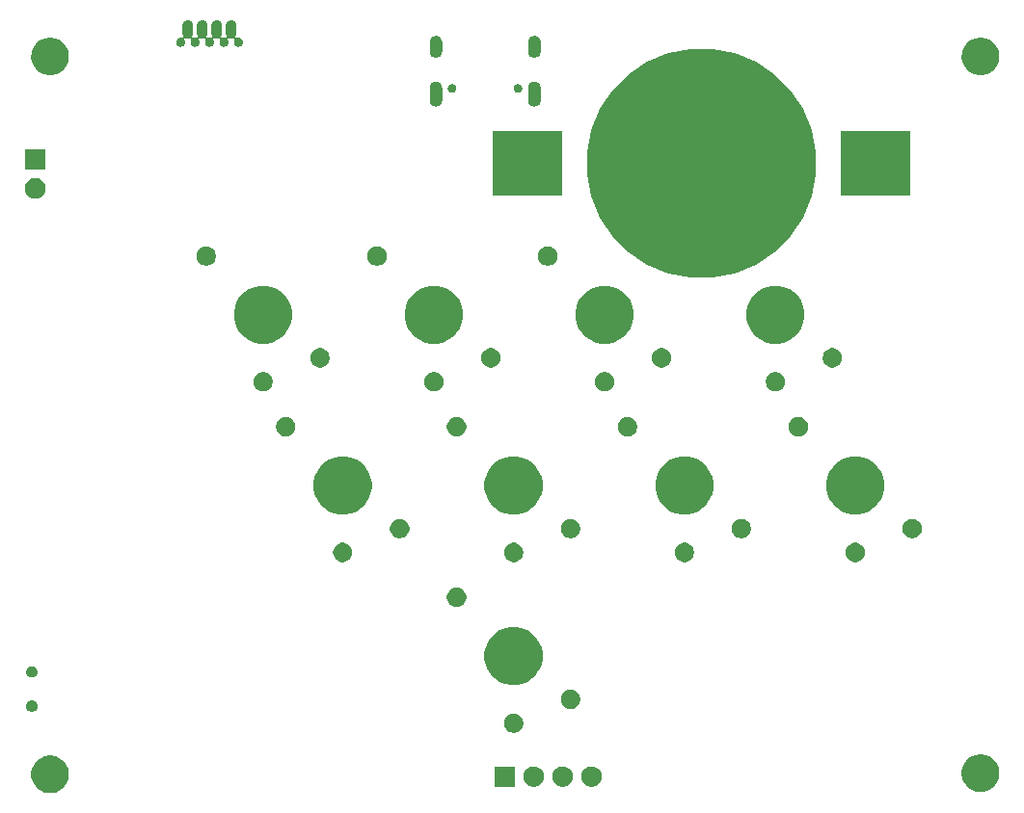
<source format=gbr>
G04 #@! TF.GenerationSoftware,KiCad,Pcbnew,5.1.5*
G04 #@! TF.CreationDate,2020-06-22T22:24:33-05:00*
G04 #@! TF.ProjectId,TwitterKeyboard,54776974-7465-4724-9b65-79626f617264,rev?*
G04 #@! TF.SameCoordinates,Original*
G04 #@! TF.FileFunction,Soldermask,Bot*
G04 #@! TF.FilePolarity,Negative*
%FSLAX46Y46*%
G04 Gerber Fmt 4.6, Leading zero omitted, Abs format (unit mm)*
G04 Created by KiCad (PCBNEW 5.1.5) date 2020-06-22 22:24:33*
%MOMM*%
%LPD*%
G04 APERTURE LIST*
%ADD10C,0.100000*%
G04 APERTURE END LIST*
D10*
G36*
X90975256Y-105691298D02*
G01*
X91081579Y-105712447D01*
X91382042Y-105836903D01*
X91652451Y-106017585D01*
X91882415Y-106247549D01*
X92063097Y-106517958D01*
X92179984Y-106800147D01*
X92187553Y-106818422D01*
X92251000Y-107137389D01*
X92251000Y-107462611D01*
X92187553Y-107781578D01*
X92066282Y-108074354D01*
X92063097Y-108082042D01*
X91882415Y-108352451D01*
X91652451Y-108582415D01*
X91382042Y-108763097D01*
X91081579Y-108887553D01*
X90975256Y-108908702D01*
X90762611Y-108951000D01*
X90437389Y-108951000D01*
X90224744Y-108908702D01*
X90118421Y-108887553D01*
X89817958Y-108763097D01*
X89547549Y-108582415D01*
X89317585Y-108352451D01*
X89136903Y-108082042D01*
X89133719Y-108074354D01*
X89012447Y-107781578D01*
X88949000Y-107462611D01*
X88949000Y-107137389D01*
X89012447Y-106818422D01*
X89020017Y-106800147D01*
X89136903Y-106517958D01*
X89317585Y-106247549D01*
X89547549Y-106017585D01*
X89817958Y-105836903D01*
X90118421Y-105712447D01*
X90224744Y-105691298D01*
X90437389Y-105649000D01*
X90762611Y-105649000D01*
X90975256Y-105691298D01*
G37*
G36*
X172675256Y-105591298D02*
G01*
X172781579Y-105612447D01*
X173082042Y-105736903D01*
X173352451Y-105917585D01*
X173582415Y-106147549D01*
X173582416Y-106147551D01*
X173763098Y-106417960D01*
X173887553Y-106718422D01*
X173951000Y-107037389D01*
X173951000Y-107362611D01*
X173908702Y-107575256D01*
X173887553Y-107681579D01*
X173799550Y-107894037D01*
X173785987Y-107926782D01*
X173763097Y-107982042D01*
X173582415Y-108252451D01*
X173352451Y-108482415D01*
X173082042Y-108663097D01*
X172781579Y-108787553D01*
X172675256Y-108808702D01*
X172462611Y-108851000D01*
X172137389Y-108851000D01*
X171924744Y-108808702D01*
X171818421Y-108787553D01*
X171517958Y-108663097D01*
X171247549Y-108482415D01*
X171017585Y-108252451D01*
X170836903Y-107982042D01*
X170814014Y-107926782D01*
X170800450Y-107894037D01*
X170712447Y-107681579D01*
X170691298Y-107575256D01*
X170649000Y-107362611D01*
X170649000Y-107037389D01*
X170712447Y-106718422D01*
X170836902Y-106417960D01*
X171017584Y-106147551D01*
X171017585Y-106147549D01*
X171247549Y-105917585D01*
X171517958Y-105736903D01*
X171818421Y-105612447D01*
X171924744Y-105591298D01*
X172137389Y-105549000D01*
X172462611Y-105549000D01*
X172675256Y-105591298D01*
G37*
G36*
X131421000Y-108401000D02*
G01*
X129619000Y-108401000D01*
X129619000Y-106599000D01*
X131421000Y-106599000D01*
X131421000Y-108401000D01*
G37*
G36*
X138253512Y-106603927D02*
G01*
X138402812Y-106633624D01*
X138566784Y-106701544D01*
X138714354Y-106800147D01*
X138839853Y-106925646D01*
X138938456Y-107073216D01*
X139006376Y-107237188D01*
X139041000Y-107411259D01*
X139041000Y-107588741D01*
X139006376Y-107762812D01*
X138938456Y-107926784D01*
X138839853Y-108074354D01*
X138714354Y-108199853D01*
X138566784Y-108298456D01*
X138402812Y-108366376D01*
X138253512Y-108396073D01*
X138228742Y-108401000D01*
X138051258Y-108401000D01*
X138026488Y-108396073D01*
X137877188Y-108366376D01*
X137713216Y-108298456D01*
X137565646Y-108199853D01*
X137440147Y-108074354D01*
X137341544Y-107926784D01*
X137273624Y-107762812D01*
X137239000Y-107588741D01*
X137239000Y-107411259D01*
X137273624Y-107237188D01*
X137341544Y-107073216D01*
X137440147Y-106925646D01*
X137565646Y-106800147D01*
X137713216Y-106701544D01*
X137877188Y-106633624D01*
X138026488Y-106603927D01*
X138051258Y-106599000D01*
X138228742Y-106599000D01*
X138253512Y-106603927D01*
G37*
G36*
X135713512Y-106603927D02*
G01*
X135862812Y-106633624D01*
X136026784Y-106701544D01*
X136174354Y-106800147D01*
X136299853Y-106925646D01*
X136398456Y-107073216D01*
X136466376Y-107237188D01*
X136501000Y-107411259D01*
X136501000Y-107588741D01*
X136466376Y-107762812D01*
X136398456Y-107926784D01*
X136299853Y-108074354D01*
X136174354Y-108199853D01*
X136026784Y-108298456D01*
X135862812Y-108366376D01*
X135713512Y-108396073D01*
X135688742Y-108401000D01*
X135511258Y-108401000D01*
X135486488Y-108396073D01*
X135337188Y-108366376D01*
X135173216Y-108298456D01*
X135025646Y-108199853D01*
X134900147Y-108074354D01*
X134801544Y-107926784D01*
X134733624Y-107762812D01*
X134699000Y-107588741D01*
X134699000Y-107411259D01*
X134733624Y-107237188D01*
X134801544Y-107073216D01*
X134900147Y-106925646D01*
X135025646Y-106800147D01*
X135173216Y-106701544D01*
X135337188Y-106633624D01*
X135486488Y-106603927D01*
X135511258Y-106599000D01*
X135688742Y-106599000D01*
X135713512Y-106603927D01*
G37*
G36*
X133173512Y-106603927D02*
G01*
X133322812Y-106633624D01*
X133486784Y-106701544D01*
X133634354Y-106800147D01*
X133759853Y-106925646D01*
X133858456Y-107073216D01*
X133926376Y-107237188D01*
X133961000Y-107411259D01*
X133961000Y-107588741D01*
X133926376Y-107762812D01*
X133858456Y-107926784D01*
X133759853Y-108074354D01*
X133634354Y-108199853D01*
X133486784Y-108298456D01*
X133322812Y-108366376D01*
X133173512Y-108396073D01*
X133148742Y-108401000D01*
X132971258Y-108401000D01*
X132946488Y-108396073D01*
X132797188Y-108366376D01*
X132633216Y-108298456D01*
X132485646Y-108199853D01*
X132360147Y-108074354D01*
X132261544Y-107926784D01*
X132193624Y-107762812D01*
X132159000Y-107588741D01*
X132159000Y-107411259D01*
X132193624Y-107237188D01*
X132261544Y-107073216D01*
X132360147Y-106925646D01*
X132485646Y-106800147D01*
X132633216Y-106701544D01*
X132797188Y-106633624D01*
X132946488Y-106603927D01*
X132971258Y-106599000D01*
X133148742Y-106599000D01*
X133173512Y-106603927D01*
G37*
G36*
X131548228Y-101981703D02*
G01*
X131703100Y-102045853D01*
X131842481Y-102138985D01*
X131961015Y-102257519D01*
X132054147Y-102396900D01*
X132118297Y-102551772D01*
X132151000Y-102716184D01*
X132151000Y-102883816D01*
X132118297Y-103048228D01*
X132054147Y-103203100D01*
X131961015Y-103342481D01*
X131842481Y-103461015D01*
X131703100Y-103554147D01*
X131548228Y-103618297D01*
X131383816Y-103651000D01*
X131216184Y-103651000D01*
X131051772Y-103618297D01*
X130896900Y-103554147D01*
X130757519Y-103461015D01*
X130638985Y-103342481D01*
X130545853Y-103203100D01*
X130481703Y-103048228D01*
X130449000Y-102883816D01*
X130449000Y-102716184D01*
X130481703Y-102551772D01*
X130545853Y-102396900D01*
X130638985Y-102257519D01*
X130757519Y-102138985D01*
X130896900Y-102045853D01*
X131051772Y-101981703D01*
X131216184Y-101949000D01*
X131383816Y-101949000D01*
X131548228Y-101981703D01*
G37*
G36*
X89097740Y-100808626D02*
G01*
X89146136Y-100818253D01*
X89183902Y-100833896D01*
X89237311Y-100856019D01*
X89237312Y-100856020D01*
X89319369Y-100910848D01*
X89389152Y-100980631D01*
X89389153Y-100980633D01*
X89443981Y-101062689D01*
X89466104Y-101116098D01*
X89481747Y-101153864D01*
X89501000Y-101250656D01*
X89501000Y-101349344D01*
X89481747Y-101446136D01*
X89478428Y-101454148D01*
X89443981Y-101537311D01*
X89443980Y-101537312D01*
X89389152Y-101619369D01*
X89319369Y-101689152D01*
X89278062Y-101716752D01*
X89237311Y-101743981D01*
X89183902Y-101766104D01*
X89146136Y-101781747D01*
X89097740Y-101791373D01*
X89049345Y-101801000D01*
X88950655Y-101801000D01*
X88902260Y-101791373D01*
X88853864Y-101781747D01*
X88816098Y-101766104D01*
X88762689Y-101743981D01*
X88721938Y-101716752D01*
X88680631Y-101689152D01*
X88610848Y-101619369D01*
X88556020Y-101537312D01*
X88556019Y-101537311D01*
X88521572Y-101454148D01*
X88518253Y-101446136D01*
X88499000Y-101349344D01*
X88499000Y-101250656D01*
X88518253Y-101153864D01*
X88533896Y-101116098D01*
X88556019Y-101062689D01*
X88610847Y-100980633D01*
X88610848Y-100980631D01*
X88680631Y-100910848D01*
X88762688Y-100856020D01*
X88762689Y-100856019D01*
X88816098Y-100833896D01*
X88853864Y-100818253D01*
X88902260Y-100808626D01*
X88950655Y-100799000D01*
X89049345Y-100799000D01*
X89097740Y-100808626D01*
G37*
G36*
X136548228Y-99881703D02*
G01*
X136703100Y-99945853D01*
X136842481Y-100038985D01*
X136961015Y-100157519D01*
X137054147Y-100296900D01*
X137118297Y-100451772D01*
X137151000Y-100616184D01*
X137151000Y-100783816D01*
X137118297Y-100948228D01*
X137054147Y-101103100D01*
X136961015Y-101242481D01*
X136842481Y-101361015D01*
X136703100Y-101454147D01*
X136548228Y-101518297D01*
X136383816Y-101551000D01*
X136216184Y-101551000D01*
X136051772Y-101518297D01*
X135896900Y-101454147D01*
X135757519Y-101361015D01*
X135638985Y-101242481D01*
X135545853Y-101103100D01*
X135481703Y-100948228D01*
X135449000Y-100783816D01*
X135449000Y-100616184D01*
X135481703Y-100451772D01*
X135545853Y-100296900D01*
X135638985Y-100157519D01*
X135757519Y-100038985D01*
X135896900Y-99945853D01*
X136051772Y-99881703D01*
X136216184Y-99849000D01*
X136383816Y-99849000D01*
X136548228Y-99881703D01*
G37*
G36*
X132044098Y-94447033D02*
G01*
X132508350Y-94639332D01*
X132508352Y-94639333D01*
X132926168Y-94918509D01*
X133281491Y-95273832D01*
X133560667Y-95691648D01*
X133560668Y-95691650D01*
X133752967Y-96155902D01*
X133851000Y-96648747D01*
X133851000Y-97151253D01*
X133752967Y-97644098D01*
X133613571Y-97980631D01*
X133560667Y-98108352D01*
X133281491Y-98526168D01*
X132926168Y-98881491D01*
X132508352Y-99160667D01*
X132508351Y-99160668D01*
X132508350Y-99160668D01*
X132044098Y-99352967D01*
X131551253Y-99451000D01*
X131048747Y-99451000D01*
X130555902Y-99352967D01*
X130091650Y-99160668D01*
X130091649Y-99160668D01*
X130091648Y-99160667D01*
X129673832Y-98881491D01*
X129318509Y-98526168D01*
X129039333Y-98108352D01*
X128986429Y-97980631D01*
X128847033Y-97644098D01*
X128749000Y-97151253D01*
X128749000Y-96648747D01*
X128847033Y-96155902D01*
X129039332Y-95691650D01*
X129039333Y-95691648D01*
X129318509Y-95273832D01*
X129673832Y-94918509D01*
X130091648Y-94639333D01*
X130091650Y-94639332D01*
X130555902Y-94447033D01*
X131048747Y-94349000D01*
X131551253Y-94349000D01*
X132044098Y-94447033D01*
G37*
G36*
X89097740Y-97808627D02*
G01*
X89146136Y-97818253D01*
X89183902Y-97833896D01*
X89237311Y-97856019D01*
X89237312Y-97856020D01*
X89319369Y-97910848D01*
X89389152Y-97980631D01*
X89389153Y-97980633D01*
X89443981Y-98062689D01*
X89481747Y-98153865D01*
X89501000Y-98250655D01*
X89501000Y-98349345D01*
X89481747Y-98446135D01*
X89443981Y-98537311D01*
X89443980Y-98537312D01*
X89389152Y-98619369D01*
X89319369Y-98689152D01*
X89278062Y-98716752D01*
X89237311Y-98743981D01*
X89183902Y-98766104D01*
X89146136Y-98781747D01*
X89097740Y-98791373D01*
X89049345Y-98801000D01*
X88950655Y-98801000D01*
X88902260Y-98791374D01*
X88853864Y-98781747D01*
X88816098Y-98766104D01*
X88762689Y-98743981D01*
X88721938Y-98716752D01*
X88680631Y-98689152D01*
X88610848Y-98619369D01*
X88556020Y-98537312D01*
X88556019Y-98537311D01*
X88518253Y-98446135D01*
X88499000Y-98349345D01*
X88499000Y-98250655D01*
X88518253Y-98153865D01*
X88556019Y-98062689D01*
X88610847Y-97980633D01*
X88610848Y-97980631D01*
X88680631Y-97910848D01*
X88762688Y-97856020D01*
X88762689Y-97856019D01*
X88816098Y-97833896D01*
X88853864Y-97818253D01*
X88902260Y-97808627D01*
X88950655Y-97799000D01*
X89049345Y-97799000D01*
X89097740Y-97808627D01*
G37*
G36*
X126548228Y-90931703D02*
G01*
X126703100Y-90995853D01*
X126842481Y-91088985D01*
X126961015Y-91207519D01*
X127054147Y-91346900D01*
X127118297Y-91501772D01*
X127151000Y-91666184D01*
X127151000Y-91833816D01*
X127118297Y-91998228D01*
X127054147Y-92153100D01*
X126961015Y-92292481D01*
X126842481Y-92411015D01*
X126703100Y-92504147D01*
X126548228Y-92568297D01*
X126383816Y-92601000D01*
X126216184Y-92601000D01*
X126051772Y-92568297D01*
X125896900Y-92504147D01*
X125757519Y-92411015D01*
X125638985Y-92292481D01*
X125545853Y-92153100D01*
X125481703Y-91998228D01*
X125449000Y-91833816D01*
X125449000Y-91666184D01*
X125481703Y-91501772D01*
X125545853Y-91346900D01*
X125638985Y-91207519D01*
X125757519Y-91088985D01*
X125896900Y-90995853D01*
X126051772Y-90931703D01*
X126216184Y-90899000D01*
X126383816Y-90899000D01*
X126548228Y-90931703D01*
G37*
G36*
X131548228Y-86981703D02*
G01*
X131703100Y-87045853D01*
X131842481Y-87138985D01*
X131961015Y-87257519D01*
X132054147Y-87396900D01*
X132118297Y-87551772D01*
X132151000Y-87716184D01*
X132151000Y-87883816D01*
X132118297Y-88048228D01*
X132054147Y-88203100D01*
X131961015Y-88342481D01*
X131842481Y-88461015D01*
X131703100Y-88554147D01*
X131548228Y-88618297D01*
X131383816Y-88651000D01*
X131216184Y-88651000D01*
X131051772Y-88618297D01*
X130896900Y-88554147D01*
X130757519Y-88461015D01*
X130638985Y-88342481D01*
X130545853Y-88203100D01*
X130481703Y-88048228D01*
X130449000Y-87883816D01*
X130449000Y-87716184D01*
X130481703Y-87551772D01*
X130545853Y-87396900D01*
X130638985Y-87257519D01*
X130757519Y-87138985D01*
X130896900Y-87045853D01*
X131051772Y-86981703D01*
X131216184Y-86949000D01*
X131383816Y-86949000D01*
X131548228Y-86981703D01*
G37*
G36*
X161548228Y-86981703D02*
G01*
X161703100Y-87045853D01*
X161842481Y-87138985D01*
X161961015Y-87257519D01*
X162054147Y-87396900D01*
X162118297Y-87551772D01*
X162151000Y-87716184D01*
X162151000Y-87883816D01*
X162118297Y-88048228D01*
X162054147Y-88203100D01*
X161961015Y-88342481D01*
X161842481Y-88461015D01*
X161703100Y-88554147D01*
X161548228Y-88618297D01*
X161383816Y-88651000D01*
X161216184Y-88651000D01*
X161051772Y-88618297D01*
X160896900Y-88554147D01*
X160757519Y-88461015D01*
X160638985Y-88342481D01*
X160545853Y-88203100D01*
X160481703Y-88048228D01*
X160449000Y-87883816D01*
X160449000Y-87716184D01*
X160481703Y-87551772D01*
X160545853Y-87396900D01*
X160638985Y-87257519D01*
X160757519Y-87138985D01*
X160896900Y-87045853D01*
X161051772Y-86981703D01*
X161216184Y-86949000D01*
X161383816Y-86949000D01*
X161548228Y-86981703D01*
G37*
G36*
X146548228Y-86981703D02*
G01*
X146703100Y-87045853D01*
X146842481Y-87138985D01*
X146961015Y-87257519D01*
X147054147Y-87396900D01*
X147118297Y-87551772D01*
X147151000Y-87716184D01*
X147151000Y-87883816D01*
X147118297Y-88048228D01*
X147054147Y-88203100D01*
X146961015Y-88342481D01*
X146842481Y-88461015D01*
X146703100Y-88554147D01*
X146548228Y-88618297D01*
X146383816Y-88651000D01*
X146216184Y-88651000D01*
X146051772Y-88618297D01*
X145896900Y-88554147D01*
X145757519Y-88461015D01*
X145638985Y-88342481D01*
X145545853Y-88203100D01*
X145481703Y-88048228D01*
X145449000Y-87883816D01*
X145449000Y-87716184D01*
X145481703Y-87551772D01*
X145545853Y-87396900D01*
X145638985Y-87257519D01*
X145757519Y-87138985D01*
X145896900Y-87045853D01*
X146051772Y-86981703D01*
X146216184Y-86949000D01*
X146383816Y-86949000D01*
X146548228Y-86981703D01*
G37*
G36*
X116548228Y-86981703D02*
G01*
X116703100Y-87045853D01*
X116842481Y-87138985D01*
X116961015Y-87257519D01*
X117054147Y-87396900D01*
X117118297Y-87551772D01*
X117151000Y-87716184D01*
X117151000Y-87883816D01*
X117118297Y-88048228D01*
X117054147Y-88203100D01*
X116961015Y-88342481D01*
X116842481Y-88461015D01*
X116703100Y-88554147D01*
X116548228Y-88618297D01*
X116383816Y-88651000D01*
X116216184Y-88651000D01*
X116051772Y-88618297D01*
X115896900Y-88554147D01*
X115757519Y-88461015D01*
X115638985Y-88342481D01*
X115545853Y-88203100D01*
X115481703Y-88048228D01*
X115449000Y-87883816D01*
X115449000Y-87716184D01*
X115481703Y-87551772D01*
X115545853Y-87396900D01*
X115638985Y-87257519D01*
X115757519Y-87138985D01*
X115896900Y-87045853D01*
X116051772Y-86981703D01*
X116216184Y-86949000D01*
X116383816Y-86949000D01*
X116548228Y-86981703D01*
G37*
G36*
X136548228Y-84881703D02*
G01*
X136703100Y-84945853D01*
X136842481Y-85038985D01*
X136961015Y-85157519D01*
X137054147Y-85296900D01*
X137118297Y-85451772D01*
X137151000Y-85616184D01*
X137151000Y-85783816D01*
X137118297Y-85948228D01*
X137054147Y-86103100D01*
X136961015Y-86242481D01*
X136842481Y-86361015D01*
X136703100Y-86454147D01*
X136548228Y-86518297D01*
X136383816Y-86551000D01*
X136216184Y-86551000D01*
X136051772Y-86518297D01*
X135896900Y-86454147D01*
X135757519Y-86361015D01*
X135638985Y-86242481D01*
X135545853Y-86103100D01*
X135481703Y-85948228D01*
X135449000Y-85783816D01*
X135449000Y-85616184D01*
X135481703Y-85451772D01*
X135545853Y-85296900D01*
X135638985Y-85157519D01*
X135757519Y-85038985D01*
X135896900Y-84945853D01*
X136051772Y-84881703D01*
X136216184Y-84849000D01*
X136383816Y-84849000D01*
X136548228Y-84881703D01*
G37*
G36*
X121548228Y-84881703D02*
G01*
X121703100Y-84945853D01*
X121842481Y-85038985D01*
X121961015Y-85157519D01*
X122054147Y-85296900D01*
X122118297Y-85451772D01*
X122151000Y-85616184D01*
X122151000Y-85783816D01*
X122118297Y-85948228D01*
X122054147Y-86103100D01*
X121961015Y-86242481D01*
X121842481Y-86361015D01*
X121703100Y-86454147D01*
X121548228Y-86518297D01*
X121383816Y-86551000D01*
X121216184Y-86551000D01*
X121051772Y-86518297D01*
X120896900Y-86454147D01*
X120757519Y-86361015D01*
X120638985Y-86242481D01*
X120545853Y-86103100D01*
X120481703Y-85948228D01*
X120449000Y-85783816D01*
X120449000Y-85616184D01*
X120481703Y-85451772D01*
X120545853Y-85296900D01*
X120638985Y-85157519D01*
X120757519Y-85038985D01*
X120896900Y-84945853D01*
X121051772Y-84881703D01*
X121216184Y-84849000D01*
X121383816Y-84849000D01*
X121548228Y-84881703D01*
G37*
G36*
X166548228Y-84881703D02*
G01*
X166703100Y-84945853D01*
X166842481Y-85038985D01*
X166961015Y-85157519D01*
X167054147Y-85296900D01*
X167118297Y-85451772D01*
X167151000Y-85616184D01*
X167151000Y-85783816D01*
X167118297Y-85948228D01*
X167054147Y-86103100D01*
X166961015Y-86242481D01*
X166842481Y-86361015D01*
X166703100Y-86454147D01*
X166548228Y-86518297D01*
X166383816Y-86551000D01*
X166216184Y-86551000D01*
X166051772Y-86518297D01*
X165896900Y-86454147D01*
X165757519Y-86361015D01*
X165638985Y-86242481D01*
X165545853Y-86103100D01*
X165481703Y-85948228D01*
X165449000Y-85783816D01*
X165449000Y-85616184D01*
X165481703Y-85451772D01*
X165545853Y-85296900D01*
X165638985Y-85157519D01*
X165757519Y-85038985D01*
X165896900Y-84945853D01*
X166051772Y-84881703D01*
X166216184Y-84849000D01*
X166383816Y-84849000D01*
X166548228Y-84881703D01*
G37*
G36*
X151548228Y-84881703D02*
G01*
X151703100Y-84945853D01*
X151842481Y-85038985D01*
X151961015Y-85157519D01*
X152054147Y-85296900D01*
X152118297Y-85451772D01*
X152151000Y-85616184D01*
X152151000Y-85783816D01*
X152118297Y-85948228D01*
X152054147Y-86103100D01*
X151961015Y-86242481D01*
X151842481Y-86361015D01*
X151703100Y-86454147D01*
X151548228Y-86518297D01*
X151383816Y-86551000D01*
X151216184Y-86551000D01*
X151051772Y-86518297D01*
X150896900Y-86454147D01*
X150757519Y-86361015D01*
X150638985Y-86242481D01*
X150545853Y-86103100D01*
X150481703Y-85948228D01*
X150449000Y-85783816D01*
X150449000Y-85616184D01*
X150481703Y-85451772D01*
X150545853Y-85296900D01*
X150638985Y-85157519D01*
X150757519Y-85038985D01*
X150896900Y-84945853D01*
X151051772Y-84881703D01*
X151216184Y-84849000D01*
X151383816Y-84849000D01*
X151548228Y-84881703D01*
G37*
G36*
X117044098Y-79447033D02*
G01*
X117508350Y-79639332D01*
X117508352Y-79639333D01*
X117926168Y-79918509D01*
X118281491Y-80273832D01*
X118560667Y-80691648D01*
X118560668Y-80691650D01*
X118752967Y-81155902D01*
X118851000Y-81648747D01*
X118851000Y-82151253D01*
X118752967Y-82644098D01*
X118560668Y-83108350D01*
X118560667Y-83108352D01*
X118281491Y-83526168D01*
X117926168Y-83881491D01*
X117508352Y-84160667D01*
X117508351Y-84160668D01*
X117508350Y-84160668D01*
X117044098Y-84352967D01*
X116551253Y-84451000D01*
X116048747Y-84451000D01*
X115555902Y-84352967D01*
X115091650Y-84160668D01*
X115091649Y-84160668D01*
X115091648Y-84160667D01*
X114673832Y-83881491D01*
X114318509Y-83526168D01*
X114039333Y-83108352D01*
X114039332Y-83108350D01*
X113847033Y-82644098D01*
X113749000Y-82151253D01*
X113749000Y-81648747D01*
X113847033Y-81155902D01*
X114039332Y-80691650D01*
X114039333Y-80691648D01*
X114318509Y-80273832D01*
X114673832Y-79918509D01*
X115091648Y-79639333D01*
X115091650Y-79639332D01*
X115555902Y-79447033D01*
X116048747Y-79349000D01*
X116551253Y-79349000D01*
X117044098Y-79447033D01*
G37*
G36*
X132044098Y-79447033D02*
G01*
X132508350Y-79639332D01*
X132508352Y-79639333D01*
X132926168Y-79918509D01*
X133281491Y-80273832D01*
X133560667Y-80691648D01*
X133560668Y-80691650D01*
X133752967Y-81155902D01*
X133851000Y-81648747D01*
X133851000Y-82151253D01*
X133752967Y-82644098D01*
X133560668Y-83108350D01*
X133560667Y-83108352D01*
X133281491Y-83526168D01*
X132926168Y-83881491D01*
X132508352Y-84160667D01*
X132508351Y-84160668D01*
X132508350Y-84160668D01*
X132044098Y-84352967D01*
X131551253Y-84451000D01*
X131048747Y-84451000D01*
X130555902Y-84352967D01*
X130091650Y-84160668D01*
X130091649Y-84160668D01*
X130091648Y-84160667D01*
X129673832Y-83881491D01*
X129318509Y-83526168D01*
X129039333Y-83108352D01*
X129039332Y-83108350D01*
X128847033Y-82644098D01*
X128749000Y-82151253D01*
X128749000Y-81648747D01*
X128847033Y-81155902D01*
X129039332Y-80691650D01*
X129039333Y-80691648D01*
X129318509Y-80273832D01*
X129673832Y-79918509D01*
X130091648Y-79639333D01*
X130091650Y-79639332D01*
X130555902Y-79447033D01*
X131048747Y-79349000D01*
X131551253Y-79349000D01*
X132044098Y-79447033D01*
G37*
G36*
X147044098Y-79447033D02*
G01*
X147508350Y-79639332D01*
X147508352Y-79639333D01*
X147926168Y-79918509D01*
X148281491Y-80273832D01*
X148560667Y-80691648D01*
X148560668Y-80691650D01*
X148752967Y-81155902D01*
X148851000Y-81648747D01*
X148851000Y-82151253D01*
X148752967Y-82644098D01*
X148560668Y-83108350D01*
X148560667Y-83108352D01*
X148281491Y-83526168D01*
X147926168Y-83881491D01*
X147508352Y-84160667D01*
X147508351Y-84160668D01*
X147508350Y-84160668D01*
X147044098Y-84352967D01*
X146551253Y-84451000D01*
X146048747Y-84451000D01*
X145555902Y-84352967D01*
X145091650Y-84160668D01*
X145091649Y-84160668D01*
X145091648Y-84160667D01*
X144673832Y-83881491D01*
X144318509Y-83526168D01*
X144039333Y-83108352D01*
X144039332Y-83108350D01*
X143847033Y-82644098D01*
X143749000Y-82151253D01*
X143749000Y-81648747D01*
X143847033Y-81155902D01*
X144039332Y-80691650D01*
X144039333Y-80691648D01*
X144318509Y-80273832D01*
X144673832Y-79918509D01*
X145091648Y-79639333D01*
X145091650Y-79639332D01*
X145555902Y-79447033D01*
X146048747Y-79349000D01*
X146551253Y-79349000D01*
X147044098Y-79447033D01*
G37*
G36*
X162044098Y-79447033D02*
G01*
X162508350Y-79639332D01*
X162508352Y-79639333D01*
X162926168Y-79918509D01*
X163281491Y-80273832D01*
X163560667Y-80691648D01*
X163560668Y-80691650D01*
X163752967Y-81155902D01*
X163851000Y-81648747D01*
X163851000Y-82151253D01*
X163752967Y-82644098D01*
X163560668Y-83108350D01*
X163560667Y-83108352D01*
X163281491Y-83526168D01*
X162926168Y-83881491D01*
X162508352Y-84160667D01*
X162508351Y-84160668D01*
X162508350Y-84160668D01*
X162044098Y-84352967D01*
X161551253Y-84451000D01*
X161048747Y-84451000D01*
X160555902Y-84352967D01*
X160091650Y-84160668D01*
X160091649Y-84160668D01*
X160091648Y-84160667D01*
X159673832Y-83881491D01*
X159318509Y-83526168D01*
X159039333Y-83108352D01*
X159039332Y-83108350D01*
X158847033Y-82644098D01*
X158749000Y-82151253D01*
X158749000Y-81648747D01*
X158847033Y-81155902D01*
X159039332Y-80691650D01*
X159039333Y-80691648D01*
X159318509Y-80273832D01*
X159673832Y-79918509D01*
X160091648Y-79639333D01*
X160091650Y-79639332D01*
X160555902Y-79447033D01*
X161048747Y-79349000D01*
X161551253Y-79349000D01*
X162044098Y-79447033D01*
G37*
G36*
X156548228Y-75931703D02*
G01*
X156703100Y-75995853D01*
X156842481Y-76088985D01*
X156961015Y-76207519D01*
X157054147Y-76346900D01*
X157118297Y-76501772D01*
X157151000Y-76666184D01*
X157151000Y-76833816D01*
X157118297Y-76998228D01*
X157054147Y-77153100D01*
X156961015Y-77292481D01*
X156842481Y-77411015D01*
X156703100Y-77504147D01*
X156548228Y-77568297D01*
X156383816Y-77601000D01*
X156216184Y-77601000D01*
X156051772Y-77568297D01*
X155896900Y-77504147D01*
X155757519Y-77411015D01*
X155638985Y-77292481D01*
X155545853Y-77153100D01*
X155481703Y-76998228D01*
X155449000Y-76833816D01*
X155449000Y-76666184D01*
X155481703Y-76501772D01*
X155545853Y-76346900D01*
X155638985Y-76207519D01*
X155757519Y-76088985D01*
X155896900Y-75995853D01*
X156051772Y-75931703D01*
X156216184Y-75899000D01*
X156383816Y-75899000D01*
X156548228Y-75931703D01*
G37*
G36*
X141548228Y-75931703D02*
G01*
X141703100Y-75995853D01*
X141842481Y-76088985D01*
X141961015Y-76207519D01*
X142054147Y-76346900D01*
X142118297Y-76501772D01*
X142151000Y-76666184D01*
X142151000Y-76833816D01*
X142118297Y-76998228D01*
X142054147Y-77153100D01*
X141961015Y-77292481D01*
X141842481Y-77411015D01*
X141703100Y-77504147D01*
X141548228Y-77568297D01*
X141383816Y-77601000D01*
X141216184Y-77601000D01*
X141051772Y-77568297D01*
X140896900Y-77504147D01*
X140757519Y-77411015D01*
X140638985Y-77292481D01*
X140545853Y-77153100D01*
X140481703Y-76998228D01*
X140449000Y-76833816D01*
X140449000Y-76666184D01*
X140481703Y-76501772D01*
X140545853Y-76346900D01*
X140638985Y-76207519D01*
X140757519Y-76088985D01*
X140896900Y-75995853D01*
X141051772Y-75931703D01*
X141216184Y-75899000D01*
X141383816Y-75899000D01*
X141548228Y-75931703D01*
G37*
G36*
X111548228Y-75931703D02*
G01*
X111703100Y-75995853D01*
X111842481Y-76088985D01*
X111961015Y-76207519D01*
X112054147Y-76346900D01*
X112118297Y-76501772D01*
X112151000Y-76666184D01*
X112151000Y-76833816D01*
X112118297Y-76998228D01*
X112054147Y-77153100D01*
X111961015Y-77292481D01*
X111842481Y-77411015D01*
X111703100Y-77504147D01*
X111548228Y-77568297D01*
X111383816Y-77601000D01*
X111216184Y-77601000D01*
X111051772Y-77568297D01*
X110896900Y-77504147D01*
X110757519Y-77411015D01*
X110638985Y-77292481D01*
X110545853Y-77153100D01*
X110481703Y-76998228D01*
X110449000Y-76833816D01*
X110449000Y-76666184D01*
X110481703Y-76501772D01*
X110545853Y-76346900D01*
X110638985Y-76207519D01*
X110757519Y-76088985D01*
X110896900Y-75995853D01*
X111051772Y-75931703D01*
X111216184Y-75899000D01*
X111383816Y-75899000D01*
X111548228Y-75931703D01*
G37*
G36*
X126548228Y-75931703D02*
G01*
X126703100Y-75995853D01*
X126842481Y-76088985D01*
X126961015Y-76207519D01*
X127054147Y-76346900D01*
X127118297Y-76501772D01*
X127151000Y-76666184D01*
X127151000Y-76833816D01*
X127118297Y-76998228D01*
X127054147Y-77153100D01*
X126961015Y-77292481D01*
X126842481Y-77411015D01*
X126703100Y-77504147D01*
X126548228Y-77568297D01*
X126383816Y-77601000D01*
X126216184Y-77601000D01*
X126051772Y-77568297D01*
X125896900Y-77504147D01*
X125757519Y-77411015D01*
X125638985Y-77292481D01*
X125545853Y-77153100D01*
X125481703Y-76998228D01*
X125449000Y-76833816D01*
X125449000Y-76666184D01*
X125481703Y-76501772D01*
X125545853Y-76346900D01*
X125638985Y-76207519D01*
X125757519Y-76088985D01*
X125896900Y-75995853D01*
X126051772Y-75931703D01*
X126216184Y-75899000D01*
X126383816Y-75899000D01*
X126548228Y-75931703D01*
G37*
G36*
X124548228Y-71981703D02*
G01*
X124703100Y-72045853D01*
X124842481Y-72138985D01*
X124961015Y-72257519D01*
X125054147Y-72396900D01*
X125118297Y-72551772D01*
X125151000Y-72716184D01*
X125151000Y-72883816D01*
X125118297Y-73048228D01*
X125054147Y-73203100D01*
X124961015Y-73342481D01*
X124842481Y-73461015D01*
X124703100Y-73554147D01*
X124548228Y-73618297D01*
X124383816Y-73651000D01*
X124216184Y-73651000D01*
X124051772Y-73618297D01*
X123896900Y-73554147D01*
X123757519Y-73461015D01*
X123638985Y-73342481D01*
X123545853Y-73203100D01*
X123481703Y-73048228D01*
X123449000Y-72883816D01*
X123449000Y-72716184D01*
X123481703Y-72551772D01*
X123545853Y-72396900D01*
X123638985Y-72257519D01*
X123757519Y-72138985D01*
X123896900Y-72045853D01*
X124051772Y-71981703D01*
X124216184Y-71949000D01*
X124383816Y-71949000D01*
X124548228Y-71981703D01*
G37*
G36*
X139548228Y-71981703D02*
G01*
X139703100Y-72045853D01*
X139842481Y-72138985D01*
X139961015Y-72257519D01*
X140054147Y-72396900D01*
X140118297Y-72551772D01*
X140151000Y-72716184D01*
X140151000Y-72883816D01*
X140118297Y-73048228D01*
X140054147Y-73203100D01*
X139961015Y-73342481D01*
X139842481Y-73461015D01*
X139703100Y-73554147D01*
X139548228Y-73618297D01*
X139383816Y-73651000D01*
X139216184Y-73651000D01*
X139051772Y-73618297D01*
X138896900Y-73554147D01*
X138757519Y-73461015D01*
X138638985Y-73342481D01*
X138545853Y-73203100D01*
X138481703Y-73048228D01*
X138449000Y-72883816D01*
X138449000Y-72716184D01*
X138481703Y-72551772D01*
X138545853Y-72396900D01*
X138638985Y-72257519D01*
X138757519Y-72138985D01*
X138896900Y-72045853D01*
X139051772Y-71981703D01*
X139216184Y-71949000D01*
X139383816Y-71949000D01*
X139548228Y-71981703D01*
G37*
G36*
X154548228Y-71981703D02*
G01*
X154703100Y-72045853D01*
X154842481Y-72138985D01*
X154961015Y-72257519D01*
X155054147Y-72396900D01*
X155118297Y-72551772D01*
X155151000Y-72716184D01*
X155151000Y-72883816D01*
X155118297Y-73048228D01*
X155054147Y-73203100D01*
X154961015Y-73342481D01*
X154842481Y-73461015D01*
X154703100Y-73554147D01*
X154548228Y-73618297D01*
X154383816Y-73651000D01*
X154216184Y-73651000D01*
X154051772Y-73618297D01*
X153896900Y-73554147D01*
X153757519Y-73461015D01*
X153638985Y-73342481D01*
X153545853Y-73203100D01*
X153481703Y-73048228D01*
X153449000Y-72883816D01*
X153449000Y-72716184D01*
X153481703Y-72551772D01*
X153545853Y-72396900D01*
X153638985Y-72257519D01*
X153757519Y-72138985D01*
X153896900Y-72045853D01*
X154051772Y-71981703D01*
X154216184Y-71949000D01*
X154383816Y-71949000D01*
X154548228Y-71981703D01*
G37*
G36*
X109548228Y-71981703D02*
G01*
X109703100Y-72045853D01*
X109842481Y-72138985D01*
X109961015Y-72257519D01*
X110054147Y-72396900D01*
X110118297Y-72551772D01*
X110151000Y-72716184D01*
X110151000Y-72883816D01*
X110118297Y-73048228D01*
X110054147Y-73203100D01*
X109961015Y-73342481D01*
X109842481Y-73461015D01*
X109703100Y-73554147D01*
X109548228Y-73618297D01*
X109383816Y-73651000D01*
X109216184Y-73651000D01*
X109051772Y-73618297D01*
X108896900Y-73554147D01*
X108757519Y-73461015D01*
X108638985Y-73342481D01*
X108545853Y-73203100D01*
X108481703Y-73048228D01*
X108449000Y-72883816D01*
X108449000Y-72716184D01*
X108481703Y-72551772D01*
X108545853Y-72396900D01*
X108638985Y-72257519D01*
X108757519Y-72138985D01*
X108896900Y-72045853D01*
X109051772Y-71981703D01*
X109216184Y-71949000D01*
X109383816Y-71949000D01*
X109548228Y-71981703D01*
G37*
G36*
X159548228Y-69881703D02*
G01*
X159703100Y-69945853D01*
X159842481Y-70038985D01*
X159961015Y-70157519D01*
X160054147Y-70296900D01*
X160118297Y-70451772D01*
X160151000Y-70616184D01*
X160151000Y-70783816D01*
X160118297Y-70948228D01*
X160054147Y-71103100D01*
X159961015Y-71242481D01*
X159842481Y-71361015D01*
X159703100Y-71454147D01*
X159548228Y-71518297D01*
X159383816Y-71551000D01*
X159216184Y-71551000D01*
X159051772Y-71518297D01*
X158896900Y-71454147D01*
X158757519Y-71361015D01*
X158638985Y-71242481D01*
X158545853Y-71103100D01*
X158481703Y-70948228D01*
X158449000Y-70783816D01*
X158449000Y-70616184D01*
X158481703Y-70451772D01*
X158545853Y-70296900D01*
X158638985Y-70157519D01*
X158757519Y-70038985D01*
X158896900Y-69945853D01*
X159051772Y-69881703D01*
X159216184Y-69849000D01*
X159383816Y-69849000D01*
X159548228Y-69881703D01*
G37*
G36*
X144548228Y-69881703D02*
G01*
X144703100Y-69945853D01*
X144842481Y-70038985D01*
X144961015Y-70157519D01*
X145054147Y-70296900D01*
X145118297Y-70451772D01*
X145151000Y-70616184D01*
X145151000Y-70783816D01*
X145118297Y-70948228D01*
X145054147Y-71103100D01*
X144961015Y-71242481D01*
X144842481Y-71361015D01*
X144703100Y-71454147D01*
X144548228Y-71518297D01*
X144383816Y-71551000D01*
X144216184Y-71551000D01*
X144051772Y-71518297D01*
X143896900Y-71454147D01*
X143757519Y-71361015D01*
X143638985Y-71242481D01*
X143545853Y-71103100D01*
X143481703Y-70948228D01*
X143449000Y-70783816D01*
X143449000Y-70616184D01*
X143481703Y-70451772D01*
X143545853Y-70296900D01*
X143638985Y-70157519D01*
X143757519Y-70038985D01*
X143896900Y-69945853D01*
X144051772Y-69881703D01*
X144216184Y-69849000D01*
X144383816Y-69849000D01*
X144548228Y-69881703D01*
G37*
G36*
X129548228Y-69881703D02*
G01*
X129703100Y-69945853D01*
X129842481Y-70038985D01*
X129961015Y-70157519D01*
X130054147Y-70296900D01*
X130118297Y-70451772D01*
X130151000Y-70616184D01*
X130151000Y-70783816D01*
X130118297Y-70948228D01*
X130054147Y-71103100D01*
X129961015Y-71242481D01*
X129842481Y-71361015D01*
X129703100Y-71454147D01*
X129548228Y-71518297D01*
X129383816Y-71551000D01*
X129216184Y-71551000D01*
X129051772Y-71518297D01*
X128896900Y-71454147D01*
X128757519Y-71361015D01*
X128638985Y-71242481D01*
X128545853Y-71103100D01*
X128481703Y-70948228D01*
X128449000Y-70783816D01*
X128449000Y-70616184D01*
X128481703Y-70451772D01*
X128545853Y-70296900D01*
X128638985Y-70157519D01*
X128757519Y-70038985D01*
X128896900Y-69945853D01*
X129051772Y-69881703D01*
X129216184Y-69849000D01*
X129383816Y-69849000D01*
X129548228Y-69881703D01*
G37*
G36*
X114548228Y-69881703D02*
G01*
X114703100Y-69945853D01*
X114842481Y-70038985D01*
X114961015Y-70157519D01*
X115054147Y-70296900D01*
X115118297Y-70451772D01*
X115151000Y-70616184D01*
X115151000Y-70783816D01*
X115118297Y-70948228D01*
X115054147Y-71103100D01*
X114961015Y-71242481D01*
X114842481Y-71361015D01*
X114703100Y-71454147D01*
X114548228Y-71518297D01*
X114383816Y-71551000D01*
X114216184Y-71551000D01*
X114051772Y-71518297D01*
X113896900Y-71454147D01*
X113757519Y-71361015D01*
X113638985Y-71242481D01*
X113545853Y-71103100D01*
X113481703Y-70948228D01*
X113449000Y-70783816D01*
X113449000Y-70616184D01*
X113481703Y-70451772D01*
X113545853Y-70296900D01*
X113638985Y-70157519D01*
X113757519Y-70038985D01*
X113896900Y-69945853D01*
X114051772Y-69881703D01*
X114216184Y-69849000D01*
X114383816Y-69849000D01*
X114548228Y-69881703D01*
G37*
G36*
X155044098Y-64447033D02*
G01*
X155508350Y-64639332D01*
X155508352Y-64639333D01*
X155926168Y-64918509D01*
X156281491Y-65273832D01*
X156560667Y-65691648D01*
X156560668Y-65691650D01*
X156752967Y-66155902D01*
X156851000Y-66648747D01*
X156851000Y-67151253D01*
X156752967Y-67644098D01*
X156560668Y-68108350D01*
X156560667Y-68108352D01*
X156281491Y-68526168D01*
X155926168Y-68881491D01*
X155508352Y-69160667D01*
X155508351Y-69160668D01*
X155508350Y-69160668D01*
X155044098Y-69352967D01*
X154551253Y-69451000D01*
X154048747Y-69451000D01*
X153555902Y-69352967D01*
X153091650Y-69160668D01*
X153091649Y-69160668D01*
X153091648Y-69160667D01*
X152673832Y-68881491D01*
X152318509Y-68526168D01*
X152039333Y-68108352D01*
X152039332Y-68108350D01*
X151847033Y-67644098D01*
X151749000Y-67151253D01*
X151749000Y-66648747D01*
X151847033Y-66155902D01*
X152039332Y-65691650D01*
X152039333Y-65691648D01*
X152318509Y-65273832D01*
X152673832Y-64918509D01*
X153091648Y-64639333D01*
X153091650Y-64639332D01*
X153555902Y-64447033D01*
X154048747Y-64349000D01*
X154551253Y-64349000D01*
X155044098Y-64447033D01*
G37*
G36*
X140044098Y-64447033D02*
G01*
X140508350Y-64639332D01*
X140508352Y-64639333D01*
X140926168Y-64918509D01*
X141281491Y-65273832D01*
X141560667Y-65691648D01*
X141560668Y-65691650D01*
X141752967Y-66155902D01*
X141851000Y-66648747D01*
X141851000Y-67151253D01*
X141752967Y-67644098D01*
X141560668Y-68108350D01*
X141560667Y-68108352D01*
X141281491Y-68526168D01*
X140926168Y-68881491D01*
X140508352Y-69160667D01*
X140508351Y-69160668D01*
X140508350Y-69160668D01*
X140044098Y-69352967D01*
X139551253Y-69451000D01*
X139048747Y-69451000D01*
X138555902Y-69352967D01*
X138091650Y-69160668D01*
X138091649Y-69160668D01*
X138091648Y-69160667D01*
X137673832Y-68881491D01*
X137318509Y-68526168D01*
X137039333Y-68108352D01*
X137039332Y-68108350D01*
X136847033Y-67644098D01*
X136749000Y-67151253D01*
X136749000Y-66648747D01*
X136847033Y-66155902D01*
X137039332Y-65691650D01*
X137039333Y-65691648D01*
X137318509Y-65273832D01*
X137673832Y-64918509D01*
X138091648Y-64639333D01*
X138091650Y-64639332D01*
X138555902Y-64447033D01*
X139048747Y-64349000D01*
X139551253Y-64349000D01*
X140044098Y-64447033D01*
G37*
G36*
X125044098Y-64447033D02*
G01*
X125508350Y-64639332D01*
X125508352Y-64639333D01*
X125926168Y-64918509D01*
X126281491Y-65273832D01*
X126560667Y-65691648D01*
X126560668Y-65691650D01*
X126752967Y-66155902D01*
X126851000Y-66648747D01*
X126851000Y-67151253D01*
X126752967Y-67644098D01*
X126560668Y-68108350D01*
X126560667Y-68108352D01*
X126281491Y-68526168D01*
X125926168Y-68881491D01*
X125508352Y-69160667D01*
X125508351Y-69160668D01*
X125508350Y-69160668D01*
X125044098Y-69352967D01*
X124551253Y-69451000D01*
X124048747Y-69451000D01*
X123555902Y-69352967D01*
X123091650Y-69160668D01*
X123091649Y-69160668D01*
X123091648Y-69160667D01*
X122673832Y-68881491D01*
X122318509Y-68526168D01*
X122039333Y-68108352D01*
X122039332Y-68108350D01*
X121847033Y-67644098D01*
X121749000Y-67151253D01*
X121749000Y-66648747D01*
X121847033Y-66155902D01*
X122039332Y-65691650D01*
X122039333Y-65691648D01*
X122318509Y-65273832D01*
X122673832Y-64918509D01*
X123091648Y-64639333D01*
X123091650Y-64639332D01*
X123555902Y-64447033D01*
X124048747Y-64349000D01*
X124551253Y-64349000D01*
X125044098Y-64447033D01*
G37*
G36*
X110044098Y-64447033D02*
G01*
X110508350Y-64639332D01*
X110508352Y-64639333D01*
X110926168Y-64918509D01*
X111281491Y-65273832D01*
X111560667Y-65691648D01*
X111560668Y-65691650D01*
X111752967Y-66155902D01*
X111851000Y-66648747D01*
X111851000Y-67151253D01*
X111752967Y-67644098D01*
X111560668Y-68108350D01*
X111560667Y-68108352D01*
X111281491Y-68526168D01*
X110926168Y-68881491D01*
X110508352Y-69160667D01*
X110508351Y-69160668D01*
X110508350Y-69160668D01*
X110044098Y-69352967D01*
X109551253Y-69451000D01*
X109048747Y-69451000D01*
X108555902Y-69352967D01*
X108091650Y-69160668D01*
X108091649Y-69160668D01*
X108091648Y-69160667D01*
X107673832Y-68881491D01*
X107318509Y-68526168D01*
X107039333Y-68108352D01*
X107039332Y-68108350D01*
X106847033Y-67644098D01*
X106749000Y-67151253D01*
X106749000Y-66648747D01*
X106847033Y-66155902D01*
X107039332Y-65691650D01*
X107039333Y-65691648D01*
X107318509Y-65273832D01*
X107673832Y-64918509D01*
X108091648Y-64639333D01*
X108091650Y-64639332D01*
X108555902Y-64447033D01*
X109048747Y-64349000D01*
X109551253Y-64349000D01*
X110044098Y-64447033D01*
G37*
G36*
X150731767Y-43935254D02*
G01*
X152560932Y-44692919D01*
X152560934Y-44692920D01*
X154207139Y-45792879D01*
X155607121Y-47192861D01*
X156707080Y-48839066D01*
X156707081Y-48839068D01*
X157464746Y-50668233D01*
X157851000Y-52610062D01*
X157851000Y-54589938D01*
X157464746Y-56531767D01*
X157408989Y-56666376D01*
X156707080Y-58360934D01*
X155607121Y-60007139D01*
X154207139Y-61407121D01*
X152560934Y-62507080D01*
X152560933Y-62507081D01*
X152560932Y-62507081D01*
X150731767Y-63264746D01*
X148789938Y-63651000D01*
X146810062Y-63651000D01*
X144868233Y-63264746D01*
X143039068Y-62507081D01*
X143039067Y-62507081D01*
X143039066Y-62507080D01*
X141392861Y-61407121D01*
X139992879Y-60007139D01*
X138892920Y-58360934D01*
X138191011Y-56666376D01*
X138135254Y-56531767D01*
X137749000Y-54589938D01*
X137749000Y-52610062D01*
X138135254Y-50668233D01*
X138892919Y-48839068D01*
X138892920Y-48839066D01*
X139992879Y-47192861D01*
X141392861Y-45792879D01*
X143039066Y-44692920D01*
X143039068Y-44692919D01*
X144868233Y-43935254D01*
X146810062Y-43549000D01*
X148789938Y-43549000D01*
X150731767Y-43935254D01*
G37*
G36*
X119548228Y-60931703D02*
G01*
X119703100Y-60995853D01*
X119842481Y-61088985D01*
X119961015Y-61207519D01*
X120054147Y-61346900D01*
X120118297Y-61501772D01*
X120151000Y-61666184D01*
X120151000Y-61833816D01*
X120118297Y-61998228D01*
X120054147Y-62153100D01*
X119961015Y-62292481D01*
X119842481Y-62411015D01*
X119703100Y-62504147D01*
X119548228Y-62568297D01*
X119383816Y-62601000D01*
X119216184Y-62601000D01*
X119051772Y-62568297D01*
X118896900Y-62504147D01*
X118757519Y-62411015D01*
X118638985Y-62292481D01*
X118545853Y-62153100D01*
X118481703Y-61998228D01*
X118449000Y-61833816D01*
X118449000Y-61666184D01*
X118481703Y-61501772D01*
X118545853Y-61346900D01*
X118638985Y-61207519D01*
X118757519Y-61088985D01*
X118896900Y-60995853D01*
X119051772Y-60931703D01*
X119216184Y-60899000D01*
X119383816Y-60899000D01*
X119548228Y-60931703D01*
G37*
G36*
X104548228Y-60931703D02*
G01*
X104703100Y-60995853D01*
X104842481Y-61088985D01*
X104961015Y-61207519D01*
X105054147Y-61346900D01*
X105118297Y-61501772D01*
X105151000Y-61666184D01*
X105151000Y-61833816D01*
X105118297Y-61998228D01*
X105054147Y-62153100D01*
X104961015Y-62292481D01*
X104842481Y-62411015D01*
X104703100Y-62504147D01*
X104548228Y-62568297D01*
X104383816Y-62601000D01*
X104216184Y-62601000D01*
X104051772Y-62568297D01*
X103896900Y-62504147D01*
X103757519Y-62411015D01*
X103638985Y-62292481D01*
X103545853Y-62153100D01*
X103481703Y-61998228D01*
X103449000Y-61833816D01*
X103449000Y-61666184D01*
X103481703Y-61501772D01*
X103545853Y-61346900D01*
X103638985Y-61207519D01*
X103757519Y-61088985D01*
X103896900Y-60995853D01*
X104051772Y-60931703D01*
X104216184Y-60899000D01*
X104383816Y-60899000D01*
X104548228Y-60931703D01*
G37*
G36*
X134548228Y-60931703D02*
G01*
X134703100Y-60995853D01*
X134842481Y-61088985D01*
X134961015Y-61207519D01*
X135054147Y-61346900D01*
X135118297Y-61501772D01*
X135151000Y-61666184D01*
X135151000Y-61833816D01*
X135118297Y-61998228D01*
X135054147Y-62153100D01*
X134961015Y-62292481D01*
X134842481Y-62411015D01*
X134703100Y-62504147D01*
X134548228Y-62568297D01*
X134383816Y-62601000D01*
X134216184Y-62601000D01*
X134051772Y-62568297D01*
X133896900Y-62504147D01*
X133757519Y-62411015D01*
X133638985Y-62292481D01*
X133545853Y-62153100D01*
X133481703Y-61998228D01*
X133449000Y-61833816D01*
X133449000Y-61666184D01*
X133481703Y-61501772D01*
X133545853Y-61346900D01*
X133638985Y-61207519D01*
X133757519Y-61088985D01*
X133896900Y-60995853D01*
X134051772Y-60931703D01*
X134216184Y-60899000D01*
X134383816Y-60899000D01*
X134548228Y-60931703D01*
G37*
G36*
X89413512Y-54903927D02*
G01*
X89562812Y-54933624D01*
X89726784Y-55001544D01*
X89874354Y-55100147D01*
X89999853Y-55225646D01*
X90098456Y-55373216D01*
X90166376Y-55537188D01*
X90201000Y-55711259D01*
X90201000Y-55888741D01*
X90166376Y-56062812D01*
X90098456Y-56226784D01*
X89999853Y-56374354D01*
X89874354Y-56499853D01*
X89726784Y-56598456D01*
X89562812Y-56666376D01*
X89413512Y-56696073D01*
X89388742Y-56701000D01*
X89211258Y-56701000D01*
X89186488Y-56696073D01*
X89037188Y-56666376D01*
X88873216Y-56598456D01*
X88725646Y-56499853D01*
X88600147Y-56374354D01*
X88501544Y-56226784D01*
X88433624Y-56062812D01*
X88399000Y-55888741D01*
X88399000Y-55711259D01*
X88433624Y-55537188D01*
X88501544Y-55373216D01*
X88600147Y-55225646D01*
X88725646Y-55100147D01*
X88873216Y-55001544D01*
X89037188Y-54933624D01*
X89186488Y-54903927D01*
X89211258Y-54899000D01*
X89388742Y-54899000D01*
X89413512Y-54903927D01*
G37*
G36*
X135551000Y-56401000D02*
G01*
X129449000Y-56401000D01*
X129449000Y-50799000D01*
X135551000Y-50799000D01*
X135551000Y-56401000D01*
G37*
G36*
X166151000Y-56401000D02*
G01*
X160049000Y-56401000D01*
X160049000Y-50799000D01*
X166151000Y-50799000D01*
X166151000Y-56401000D01*
G37*
G36*
X90201000Y-54161000D02*
G01*
X88399000Y-54161000D01*
X88399000Y-52359000D01*
X90201000Y-52359000D01*
X90201000Y-54161000D01*
G37*
G36*
X124588015Y-46406973D02*
G01*
X124691879Y-46438479D01*
X124719055Y-46453005D01*
X124787600Y-46489643D01*
X124871501Y-46558499D01*
X124940357Y-46642400D01*
X124975390Y-46707942D01*
X124991521Y-46738121D01*
X125023027Y-46841985D01*
X125031000Y-46922933D01*
X125031000Y-48077067D01*
X125023027Y-48158015D01*
X124991521Y-48261879D01*
X124940356Y-48357600D01*
X124871501Y-48441501D01*
X124802645Y-48498009D01*
X124787599Y-48510357D01*
X124735907Y-48537987D01*
X124691878Y-48561521D01*
X124588014Y-48593027D01*
X124480000Y-48603666D01*
X124371985Y-48593027D01*
X124268121Y-48561521D01*
X124224093Y-48537987D01*
X124172401Y-48510357D01*
X124159643Y-48499887D01*
X124088499Y-48441501D01*
X124019644Y-48357600D01*
X123968479Y-48261878D01*
X123936973Y-48158014D01*
X123929000Y-48077066D01*
X123929001Y-46922933D01*
X123936974Y-46841985D01*
X123968480Y-46738121D01*
X123984611Y-46707942D01*
X124019644Y-46642400D01*
X124088500Y-46558499D01*
X124172401Y-46489643D01*
X124240946Y-46453005D01*
X124268122Y-46438479D01*
X124371986Y-46406973D01*
X124480000Y-46396334D01*
X124588015Y-46406973D01*
G37*
G36*
X133228015Y-46406973D02*
G01*
X133331879Y-46438479D01*
X133359055Y-46453005D01*
X133427600Y-46489643D01*
X133511501Y-46558499D01*
X133580357Y-46642400D01*
X133615390Y-46707942D01*
X133631521Y-46738121D01*
X133663027Y-46841985D01*
X133671000Y-46922933D01*
X133671000Y-48077067D01*
X133663027Y-48158015D01*
X133631521Y-48261879D01*
X133580356Y-48357600D01*
X133511501Y-48441501D01*
X133442645Y-48498009D01*
X133427599Y-48510357D01*
X133375907Y-48537987D01*
X133331878Y-48561521D01*
X133228014Y-48593027D01*
X133120000Y-48603666D01*
X133011985Y-48593027D01*
X132908121Y-48561521D01*
X132864093Y-48537987D01*
X132812401Y-48510357D01*
X132799643Y-48499887D01*
X132728499Y-48441501D01*
X132659644Y-48357600D01*
X132608479Y-48261878D01*
X132576973Y-48158014D01*
X132569000Y-48077066D01*
X132569001Y-46922933D01*
X132576974Y-46841985D01*
X132608480Y-46738121D01*
X132624611Y-46707942D01*
X132659644Y-46642400D01*
X132728500Y-46558499D01*
X132812401Y-46489643D01*
X132880946Y-46453005D01*
X132908122Y-46438479D01*
X133011986Y-46406973D01*
X133120000Y-46396334D01*
X133228015Y-46406973D01*
G37*
G36*
X126019672Y-46638449D02*
G01*
X126019674Y-46638450D01*
X126019675Y-46638450D01*
X126088103Y-46666793D01*
X126149686Y-46707942D01*
X126202058Y-46760314D01*
X126243207Y-46821897D01*
X126251527Y-46841985D01*
X126271551Y-46890328D01*
X126278038Y-46922939D01*
X126286000Y-46962967D01*
X126286000Y-47037033D01*
X126271550Y-47109675D01*
X126243207Y-47178103D01*
X126202058Y-47239686D01*
X126149686Y-47292058D01*
X126088103Y-47333207D01*
X126019675Y-47361550D01*
X126019674Y-47361550D01*
X126019672Y-47361551D01*
X125947034Y-47376000D01*
X125872966Y-47376000D01*
X125800328Y-47361551D01*
X125800326Y-47361550D01*
X125800325Y-47361550D01*
X125731897Y-47333207D01*
X125670314Y-47292058D01*
X125617942Y-47239686D01*
X125576793Y-47178103D01*
X125548450Y-47109675D01*
X125534000Y-47037033D01*
X125534000Y-46962967D01*
X125541962Y-46922939D01*
X125548449Y-46890328D01*
X125568473Y-46841985D01*
X125576793Y-46821897D01*
X125617942Y-46760314D01*
X125670314Y-46707942D01*
X125731897Y-46666793D01*
X125800325Y-46638450D01*
X125800326Y-46638450D01*
X125800328Y-46638449D01*
X125872966Y-46624000D01*
X125947034Y-46624000D01*
X126019672Y-46638449D01*
G37*
G36*
X131799672Y-46638449D02*
G01*
X131799674Y-46638450D01*
X131799675Y-46638450D01*
X131868103Y-46666793D01*
X131929686Y-46707942D01*
X131982058Y-46760314D01*
X132023207Y-46821897D01*
X132031527Y-46841985D01*
X132051551Y-46890328D01*
X132058038Y-46922939D01*
X132066000Y-46962967D01*
X132066000Y-47037033D01*
X132051550Y-47109675D01*
X132023207Y-47178103D01*
X131982058Y-47239686D01*
X131929686Y-47292058D01*
X131868103Y-47333207D01*
X131799675Y-47361550D01*
X131799674Y-47361550D01*
X131799672Y-47361551D01*
X131727034Y-47376000D01*
X131652966Y-47376000D01*
X131580328Y-47361551D01*
X131580326Y-47361550D01*
X131580325Y-47361550D01*
X131511897Y-47333207D01*
X131450314Y-47292058D01*
X131397942Y-47239686D01*
X131356793Y-47178103D01*
X131328450Y-47109675D01*
X131314000Y-47037033D01*
X131314000Y-46962967D01*
X131321962Y-46922939D01*
X131328449Y-46890328D01*
X131348473Y-46841985D01*
X131356793Y-46821897D01*
X131397942Y-46760314D01*
X131450314Y-46707942D01*
X131511897Y-46666793D01*
X131580325Y-46638450D01*
X131580326Y-46638450D01*
X131580328Y-46638449D01*
X131652966Y-46624000D01*
X131727034Y-46624000D01*
X131799672Y-46638449D01*
G37*
G36*
X90964427Y-42589144D02*
G01*
X91081579Y-42612447D01*
X91382042Y-42736903D01*
X91652451Y-42917585D01*
X91882415Y-43147549D01*
X91991203Y-43310362D01*
X92063098Y-43417960D01*
X92187553Y-43718422D01*
X92235981Y-43961882D01*
X92251000Y-44037391D01*
X92251000Y-44362609D01*
X92187553Y-44681579D01*
X92063097Y-44982042D01*
X91882415Y-45252451D01*
X91652451Y-45482415D01*
X91382042Y-45663097D01*
X91081579Y-45787553D01*
X91054803Y-45792879D01*
X90762611Y-45851000D01*
X90437389Y-45851000D01*
X90145197Y-45792879D01*
X90118421Y-45787553D01*
X89817958Y-45663097D01*
X89547549Y-45482415D01*
X89317585Y-45252451D01*
X89136903Y-44982042D01*
X89012447Y-44681579D01*
X88949000Y-44362609D01*
X88949000Y-44037391D01*
X88964020Y-43961882D01*
X89012447Y-43718422D01*
X89136902Y-43417960D01*
X89208797Y-43310362D01*
X89317585Y-43147549D01*
X89547549Y-42917585D01*
X89817958Y-42736903D01*
X90118421Y-42612447D01*
X90235573Y-42589144D01*
X90437389Y-42549000D01*
X90762611Y-42549000D01*
X90964427Y-42589144D01*
G37*
G36*
X172664427Y-42589144D02*
G01*
X172781579Y-42612447D01*
X173082042Y-42736903D01*
X173352451Y-42917585D01*
X173582415Y-43147549D01*
X173691203Y-43310362D01*
X173763098Y-43417960D01*
X173887553Y-43718422D01*
X173935981Y-43961882D01*
X173951000Y-44037391D01*
X173951000Y-44362609D01*
X173887553Y-44681579D01*
X173763097Y-44982042D01*
X173582415Y-45252451D01*
X173352451Y-45482415D01*
X173082042Y-45663097D01*
X172781579Y-45787553D01*
X172754803Y-45792879D01*
X172462611Y-45851000D01*
X172137389Y-45851000D01*
X171845197Y-45792879D01*
X171818421Y-45787553D01*
X171517958Y-45663097D01*
X171247549Y-45482415D01*
X171017585Y-45252451D01*
X170836903Y-44982042D01*
X170712447Y-44681579D01*
X170649000Y-44362609D01*
X170649000Y-44037391D01*
X170664020Y-43961882D01*
X170712447Y-43718422D01*
X170836902Y-43417960D01*
X170908797Y-43310362D01*
X171017585Y-43147549D01*
X171247549Y-42917585D01*
X171517958Y-42736903D01*
X171818421Y-42612447D01*
X171935573Y-42589144D01*
X172137389Y-42549000D01*
X172462611Y-42549000D01*
X172664427Y-42589144D01*
G37*
G36*
X124588015Y-42406973D02*
G01*
X124691879Y-42438479D01*
X124707128Y-42446630D01*
X124787600Y-42489643D01*
X124871501Y-42558499D01*
X124940357Y-42642400D01*
X124970812Y-42699378D01*
X124991521Y-42738121D01*
X125023027Y-42841985D01*
X125031000Y-42922933D01*
X125031000Y-43777067D01*
X125023027Y-43858015D01*
X124991521Y-43961879D01*
X124991519Y-43961882D01*
X124951160Y-44037389D01*
X124940356Y-44057600D01*
X124871501Y-44141501D01*
X124802645Y-44198009D01*
X124787599Y-44210357D01*
X124735907Y-44237987D01*
X124691878Y-44261521D01*
X124588014Y-44293027D01*
X124480000Y-44303666D01*
X124371985Y-44293027D01*
X124268121Y-44261521D01*
X124224093Y-44237987D01*
X124172401Y-44210357D01*
X124159643Y-44199887D01*
X124088499Y-44141501D01*
X124019644Y-44057600D01*
X123968479Y-43961878D01*
X123936973Y-43858014D01*
X123929000Y-43777066D01*
X123929000Y-42922933D01*
X123936973Y-42841985D01*
X123938172Y-42838034D01*
X123968480Y-42738122D01*
X123968480Y-42738121D01*
X123989189Y-42699378D01*
X124019644Y-42642400D01*
X124088500Y-42558499D01*
X124172401Y-42489643D01*
X124252873Y-42446630D01*
X124268122Y-42438479D01*
X124371986Y-42406973D01*
X124480000Y-42396334D01*
X124588015Y-42406973D01*
G37*
G36*
X133228015Y-42406973D02*
G01*
X133331879Y-42438479D01*
X133347128Y-42446630D01*
X133427600Y-42489643D01*
X133511501Y-42558499D01*
X133580357Y-42642400D01*
X133610812Y-42699378D01*
X133631521Y-42738121D01*
X133663027Y-42841985D01*
X133671000Y-42922933D01*
X133671000Y-43777067D01*
X133663027Y-43858015D01*
X133631521Y-43961879D01*
X133631519Y-43961882D01*
X133591160Y-44037389D01*
X133580356Y-44057600D01*
X133511501Y-44141501D01*
X133442645Y-44198009D01*
X133427599Y-44210357D01*
X133375907Y-44237987D01*
X133331878Y-44261521D01*
X133228014Y-44293027D01*
X133120000Y-44303666D01*
X133011985Y-44293027D01*
X132908121Y-44261521D01*
X132864093Y-44237987D01*
X132812401Y-44210357D01*
X132799643Y-44199887D01*
X132728499Y-44141501D01*
X132659644Y-44057600D01*
X132608479Y-43961878D01*
X132576973Y-43858014D01*
X132569000Y-43777066D01*
X132569000Y-42922933D01*
X132576973Y-42841985D01*
X132578172Y-42838034D01*
X132608480Y-42738122D01*
X132608480Y-42738121D01*
X132629189Y-42699378D01*
X132659644Y-42642400D01*
X132728500Y-42558499D01*
X132812401Y-42489643D01*
X132892873Y-42446630D01*
X132908122Y-42438479D01*
X133011986Y-42406973D01*
X133120000Y-42396334D01*
X133228015Y-42406973D01*
G37*
G36*
X106593410Y-41005525D02*
G01*
X106678426Y-41031314D01*
X106756775Y-41073193D01*
X106825449Y-41129551D01*
X106881807Y-41198225D01*
X106923686Y-41276574D01*
X106949475Y-41361590D01*
X106956000Y-41427842D01*
X106956000Y-42172158D01*
X106949475Y-42238410D01*
X106923686Y-42323426D01*
X106889327Y-42387705D01*
X106879950Y-42410344D01*
X106875169Y-42434377D01*
X106875169Y-42458881D01*
X106879949Y-42482914D01*
X106889326Y-42505553D01*
X106902940Y-42525928D01*
X106920267Y-42543255D01*
X106940641Y-42556869D01*
X106963280Y-42566246D01*
X106987313Y-42571027D01*
X107011817Y-42571027D01*
X107023952Y-42569227D01*
X107100504Y-42554000D01*
X107179496Y-42554000D01*
X107218231Y-42561705D01*
X107256967Y-42569410D01*
X107287195Y-42581931D01*
X107329944Y-42599638D01*
X107395622Y-42643523D01*
X107451477Y-42699378D01*
X107495362Y-42765056D01*
X107525590Y-42838034D01*
X107541000Y-42915504D01*
X107541000Y-42994496D01*
X107525590Y-43071966D01*
X107495362Y-43144944D01*
X107451477Y-43210622D01*
X107395622Y-43266477D01*
X107329944Y-43310362D01*
X107287195Y-43328069D01*
X107256967Y-43340590D01*
X107218231Y-43348295D01*
X107179496Y-43356000D01*
X107100504Y-43356000D01*
X107061769Y-43348295D01*
X107023033Y-43340590D01*
X106992805Y-43328069D01*
X106950056Y-43310362D01*
X106884378Y-43266477D01*
X106828523Y-43210622D01*
X106784638Y-43144944D01*
X106754410Y-43071966D01*
X106739000Y-42994496D01*
X106739000Y-42915504D01*
X106754410Y-42838034D01*
X106786373Y-42760868D01*
X106793670Y-42747216D01*
X106800782Y-42723767D01*
X106803184Y-42699381D01*
X106800782Y-42674995D01*
X106793668Y-42651546D01*
X106782117Y-42629935D01*
X106766572Y-42610993D01*
X106747630Y-42595448D01*
X106726019Y-42583897D01*
X106702570Y-42576785D01*
X106678184Y-42574383D01*
X106641899Y-42579766D01*
X106593412Y-42594475D01*
X106505000Y-42603182D01*
X106416590Y-42594475D01*
X106368100Y-42579766D01*
X106344066Y-42574986D01*
X106319562Y-42574986D01*
X106295529Y-42579767D01*
X106272890Y-42589144D01*
X106252516Y-42602758D01*
X106235189Y-42620085D01*
X106221575Y-42640460D01*
X106212198Y-42663098D01*
X106207418Y-42687132D01*
X106207418Y-42711636D01*
X106212199Y-42735669D01*
X106221576Y-42758308D01*
X106224782Y-42763657D01*
X106255590Y-42838034D01*
X106271000Y-42915504D01*
X106271000Y-42994496D01*
X106255590Y-43071966D01*
X106225362Y-43144944D01*
X106181477Y-43210622D01*
X106125622Y-43266477D01*
X106059944Y-43310362D01*
X106017195Y-43328069D01*
X105986967Y-43340590D01*
X105948231Y-43348295D01*
X105909496Y-43356000D01*
X105830504Y-43356000D01*
X105791769Y-43348295D01*
X105753033Y-43340590D01*
X105722805Y-43328069D01*
X105680056Y-43310362D01*
X105614378Y-43266477D01*
X105558523Y-43210622D01*
X105514638Y-43144944D01*
X105484410Y-43071966D01*
X105469000Y-42994496D01*
X105469000Y-42915504D01*
X105484410Y-42838034D01*
X105516373Y-42760868D01*
X105523670Y-42747216D01*
X105530782Y-42723767D01*
X105533184Y-42699381D01*
X105530782Y-42674995D01*
X105523668Y-42651546D01*
X105512117Y-42629935D01*
X105496572Y-42610993D01*
X105477630Y-42595448D01*
X105456019Y-42583897D01*
X105432570Y-42576785D01*
X105408184Y-42574383D01*
X105371899Y-42579766D01*
X105323412Y-42594475D01*
X105235000Y-42603182D01*
X105146590Y-42594475D01*
X105098100Y-42579766D01*
X105074066Y-42574986D01*
X105049562Y-42574986D01*
X105025529Y-42579767D01*
X105002890Y-42589144D01*
X104982516Y-42602758D01*
X104965189Y-42620085D01*
X104951575Y-42640460D01*
X104942198Y-42663098D01*
X104937418Y-42687132D01*
X104937418Y-42711636D01*
X104942199Y-42735669D01*
X104951576Y-42758308D01*
X104954782Y-42763657D01*
X104985590Y-42838034D01*
X105001000Y-42915504D01*
X105001000Y-42994496D01*
X104985590Y-43071966D01*
X104955362Y-43144944D01*
X104911477Y-43210622D01*
X104855622Y-43266477D01*
X104789944Y-43310362D01*
X104747195Y-43328069D01*
X104716967Y-43340590D01*
X104678231Y-43348295D01*
X104639496Y-43356000D01*
X104560504Y-43356000D01*
X104521769Y-43348295D01*
X104483033Y-43340590D01*
X104452805Y-43328069D01*
X104410056Y-43310362D01*
X104344378Y-43266477D01*
X104288523Y-43210622D01*
X104244638Y-43144944D01*
X104214410Y-43071966D01*
X104199000Y-42994496D01*
X104199000Y-42915504D01*
X104214410Y-42838034D01*
X104246373Y-42760868D01*
X104253670Y-42747216D01*
X104260782Y-42723767D01*
X104263184Y-42699381D01*
X104260782Y-42674995D01*
X104253668Y-42651546D01*
X104242117Y-42629935D01*
X104226572Y-42610993D01*
X104207630Y-42595448D01*
X104186019Y-42583897D01*
X104162570Y-42576785D01*
X104138184Y-42574383D01*
X104101899Y-42579766D01*
X104053412Y-42594475D01*
X103965000Y-42603182D01*
X103876590Y-42594475D01*
X103828100Y-42579766D01*
X103804066Y-42574986D01*
X103779562Y-42574986D01*
X103755529Y-42579767D01*
X103732890Y-42589144D01*
X103712516Y-42602758D01*
X103695189Y-42620085D01*
X103681575Y-42640460D01*
X103672198Y-42663098D01*
X103667418Y-42687132D01*
X103667418Y-42711636D01*
X103672199Y-42735669D01*
X103681576Y-42758308D01*
X103684782Y-42763657D01*
X103715590Y-42838034D01*
X103731000Y-42915504D01*
X103731000Y-42994496D01*
X103715590Y-43071966D01*
X103685362Y-43144944D01*
X103641477Y-43210622D01*
X103585622Y-43266477D01*
X103519944Y-43310362D01*
X103477195Y-43328069D01*
X103446967Y-43340590D01*
X103408231Y-43348295D01*
X103369496Y-43356000D01*
X103290504Y-43356000D01*
X103251769Y-43348295D01*
X103213033Y-43340590D01*
X103182805Y-43328069D01*
X103140056Y-43310362D01*
X103074378Y-43266477D01*
X103018523Y-43210622D01*
X102974638Y-43144944D01*
X102944410Y-43071966D01*
X102929000Y-42994496D01*
X102929000Y-42915504D01*
X102944410Y-42838034D01*
X102976373Y-42760868D01*
X102983670Y-42747216D01*
X102990782Y-42723767D01*
X102993184Y-42699381D01*
X102990782Y-42674995D01*
X102983668Y-42651546D01*
X102972117Y-42629935D01*
X102956572Y-42610993D01*
X102937630Y-42595448D01*
X102916019Y-42583897D01*
X102892570Y-42576785D01*
X102868184Y-42574383D01*
X102831899Y-42579766D01*
X102783412Y-42594475D01*
X102695000Y-42603182D01*
X102606590Y-42594475D01*
X102558100Y-42579766D01*
X102534066Y-42574986D01*
X102509562Y-42574986D01*
X102485529Y-42579767D01*
X102462890Y-42589144D01*
X102442516Y-42602758D01*
X102425189Y-42620085D01*
X102411575Y-42640460D01*
X102402198Y-42663098D01*
X102397418Y-42687132D01*
X102397418Y-42711636D01*
X102402199Y-42735669D01*
X102411576Y-42758308D01*
X102414782Y-42763657D01*
X102445590Y-42838034D01*
X102461000Y-42915504D01*
X102461000Y-42994496D01*
X102445590Y-43071966D01*
X102415362Y-43144944D01*
X102371477Y-43210622D01*
X102315622Y-43266477D01*
X102249944Y-43310362D01*
X102207195Y-43328069D01*
X102176967Y-43340590D01*
X102138231Y-43348295D01*
X102099496Y-43356000D01*
X102020504Y-43356000D01*
X101981769Y-43348295D01*
X101943033Y-43340590D01*
X101912805Y-43328069D01*
X101870056Y-43310362D01*
X101804378Y-43266477D01*
X101748523Y-43210622D01*
X101704638Y-43144944D01*
X101674410Y-43071966D01*
X101659000Y-42994496D01*
X101659000Y-42915504D01*
X101674410Y-42838034D01*
X101704638Y-42765056D01*
X101748523Y-42699378D01*
X101804378Y-42643523D01*
X101870056Y-42599638D01*
X101912805Y-42581931D01*
X101943033Y-42569410D01*
X101981769Y-42561705D01*
X102020504Y-42554000D01*
X102099496Y-42554000D01*
X102176048Y-42569227D01*
X102200434Y-42571629D01*
X102224820Y-42569227D01*
X102248269Y-42562114D01*
X102269880Y-42550563D01*
X102288822Y-42535017D01*
X102304367Y-42516075D01*
X102315918Y-42494465D01*
X102323031Y-42471016D01*
X102325433Y-42446630D01*
X102323031Y-42422244D01*
X102315918Y-42398795D01*
X102310673Y-42387705D01*
X102276314Y-42323425D01*
X102250525Y-42238409D01*
X102244000Y-42172157D01*
X102244000Y-41427842D01*
X102250525Y-41361590D01*
X102276313Y-41276577D01*
X102318195Y-41198224D01*
X102374552Y-41129551D01*
X102443226Y-41073193D01*
X102521575Y-41031314D01*
X102606591Y-41005525D01*
X102695000Y-40996818D01*
X102783410Y-41005525D01*
X102868426Y-41031314D01*
X102946775Y-41073193D01*
X103015449Y-41129551D01*
X103071807Y-41198225D01*
X103113686Y-41276574D01*
X103139475Y-41361590D01*
X103146000Y-41427842D01*
X103146000Y-42172158D01*
X103139475Y-42238410D01*
X103113686Y-42323426D01*
X103079327Y-42387705D01*
X103069950Y-42410344D01*
X103065169Y-42434377D01*
X103065169Y-42458881D01*
X103069949Y-42482914D01*
X103079326Y-42505553D01*
X103092940Y-42525928D01*
X103110267Y-42543255D01*
X103130641Y-42556869D01*
X103153280Y-42566246D01*
X103177313Y-42571027D01*
X103201817Y-42571027D01*
X103213952Y-42569227D01*
X103290504Y-42554000D01*
X103369496Y-42554000D01*
X103446048Y-42569227D01*
X103470434Y-42571629D01*
X103494820Y-42569227D01*
X103518269Y-42562114D01*
X103539880Y-42550563D01*
X103558822Y-42535017D01*
X103574367Y-42516075D01*
X103585918Y-42494465D01*
X103593031Y-42471016D01*
X103595433Y-42446630D01*
X103593031Y-42422244D01*
X103585918Y-42398795D01*
X103580673Y-42387705D01*
X103546314Y-42323425D01*
X103520525Y-42238409D01*
X103514000Y-42172157D01*
X103514000Y-41427842D01*
X103520525Y-41361590D01*
X103546313Y-41276577D01*
X103588195Y-41198224D01*
X103644552Y-41129551D01*
X103713226Y-41073193D01*
X103791575Y-41031314D01*
X103876591Y-41005525D01*
X103965000Y-40996818D01*
X104053410Y-41005525D01*
X104138426Y-41031314D01*
X104216775Y-41073193D01*
X104285449Y-41129551D01*
X104341807Y-41198225D01*
X104383686Y-41276574D01*
X104409475Y-41361590D01*
X104416000Y-41427842D01*
X104416000Y-42172158D01*
X104409475Y-42238410D01*
X104383686Y-42323426D01*
X104349327Y-42387705D01*
X104339950Y-42410344D01*
X104335169Y-42434377D01*
X104335169Y-42458881D01*
X104339949Y-42482914D01*
X104349326Y-42505553D01*
X104362940Y-42525928D01*
X104380267Y-42543255D01*
X104400641Y-42556869D01*
X104423280Y-42566246D01*
X104447313Y-42571027D01*
X104471817Y-42571027D01*
X104483952Y-42569227D01*
X104560504Y-42554000D01*
X104639496Y-42554000D01*
X104716048Y-42569227D01*
X104740434Y-42571629D01*
X104764820Y-42569227D01*
X104788269Y-42562114D01*
X104809880Y-42550563D01*
X104828822Y-42535017D01*
X104844367Y-42516075D01*
X104855918Y-42494465D01*
X104863031Y-42471016D01*
X104865433Y-42446630D01*
X104863031Y-42422244D01*
X104855918Y-42398795D01*
X104850673Y-42387705D01*
X104816314Y-42323425D01*
X104790525Y-42238409D01*
X104784000Y-42172157D01*
X104784000Y-41427842D01*
X104790525Y-41361590D01*
X104816313Y-41276577D01*
X104858195Y-41198224D01*
X104914552Y-41129551D01*
X104983226Y-41073193D01*
X105061575Y-41031314D01*
X105146591Y-41005525D01*
X105235000Y-40996818D01*
X105323410Y-41005525D01*
X105408426Y-41031314D01*
X105486775Y-41073193D01*
X105555449Y-41129551D01*
X105611807Y-41198225D01*
X105653686Y-41276574D01*
X105679475Y-41361590D01*
X105686000Y-41427842D01*
X105686000Y-42172158D01*
X105679475Y-42238410D01*
X105653686Y-42323426D01*
X105619327Y-42387705D01*
X105609950Y-42410344D01*
X105605169Y-42434377D01*
X105605169Y-42458881D01*
X105609949Y-42482914D01*
X105619326Y-42505553D01*
X105632940Y-42525928D01*
X105650267Y-42543255D01*
X105670641Y-42556869D01*
X105693280Y-42566246D01*
X105717313Y-42571027D01*
X105741817Y-42571027D01*
X105753952Y-42569227D01*
X105830504Y-42554000D01*
X105909496Y-42554000D01*
X105986048Y-42569227D01*
X106010434Y-42571629D01*
X106034820Y-42569227D01*
X106058269Y-42562114D01*
X106079880Y-42550563D01*
X106098822Y-42535017D01*
X106114367Y-42516075D01*
X106125918Y-42494465D01*
X106133031Y-42471016D01*
X106135433Y-42446630D01*
X106133031Y-42422244D01*
X106125918Y-42398795D01*
X106120673Y-42387705D01*
X106086314Y-42323425D01*
X106060525Y-42238409D01*
X106054000Y-42172157D01*
X106054000Y-41427842D01*
X106060525Y-41361590D01*
X106086313Y-41276577D01*
X106128195Y-41198224D01*
X106184552Y-41129551D01*
X106253226Y-41073193D01*
X106331575Y-41031314D01*
X106416591Y-41005525D01*
X106505000Y-40996818D01*
X106593410Y-41005525D01*
G37*
M02*

</source>
